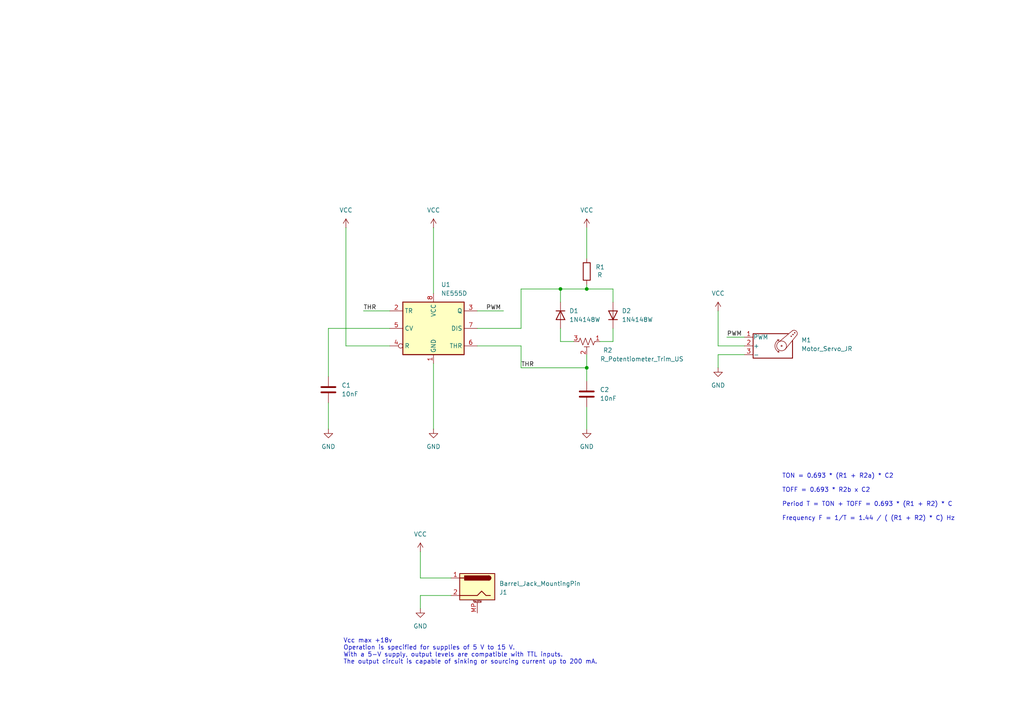
<source format=kicad_sch>
(kicad_sch (version 20231120) (generator "eeschema") (generator_version "8.0")
  (paper "A4")
  (lib_symbols
    (symbol "Connector:Barrel_Jack_MountingPin" (pin_names hide)
      (property "Reference" "J" (at 0 5.334 0))
      (property "Value" "Barrel_Jack_MountingPin" (at 1.27 -6.35 0))
      (symbol "Barrel_Jack_MountingPin_0_1"
        (rectangle (start -5.08 3.81) (end 5.08 -3.81) (stroke (width 0.254)) (fill (type background)))
        (arc (start -3.302 3.175) (mid -3.9343 2.54) (end -3.302 1.905) (stroke (width 0.254)))
        (arc (start -3.302 3.175) (mid -3.9343 2.54) (end -3.302 1.905) (stroke (width 0.254)) (fill (type outline)))
        (polyline (pts (xy 5.08 2.54) (xy 3.81 2.54)) (stroke (width 0.254)))
        (polyline (pts (xy -3.81 -2.54) (xy -2.54 -2.54) (xy -1.27 -1.27) (xy 0 -2.54) (xy 2.54 -2.54) (xy 5.08 -2.54)) (stroke (width 0.254)))
        (rectangle (start 3.683 3.175) (end -3.302 1.905) (stroke (width 0.254)) (fill (type outline)))
      )
      (symbol "Barrel_Jack_MountingPin_1_1"
        (polyline (pts (xy -1.016 -4.572) (xy 1.016 -4.572)) (stroke (width 0.1524)))
        (text "Mounting" (at 0 -4.191 0) (effects (font (size 0.381 0.381))))
        (pin passive line (at 7.62 2.54 180) (length 2.54) (name "~") (number "1"))
        (pin passive line (at 7.62 -2.54 180) (length 2.54) (name "~") (number "2"))
        (pin passive line (at 0 -7.62 90) (length 3.048) (name "MountPin") (number "MP"))
      )
    )
    (symbol "Device:C" (pin_numbers hide) (pin_names (offset 0.254))
      (property "Reference" "C" (at 0.635 2.54 0))
      (property "Value" "C" (at 0.635 -2.54 0))
      (symbol "C_0_1"
        (polyline (pts (xy -2.032 -0.762) (xy 2.032 -0.762)) (stroke (width 0.508)))
        (polyline (pts (xy -2.032 0.762) (xy 2.032 0.762)) (stroke (width 0.508)))
      )
      (symbol "C_1_1"
        (pin passive line (at 0 3.81 270) (length 2.794) (name "~") (number "1"))
        (pin passive line (at 0 -3.81 90) (length 2.794) (name "~") (number "2"))
      )
    )
    (symbol "Device:R" (pin_numbers hide) (pin_names (offset 0))
      (property "Reference" "R" (at 2.032 0 90))
      (property "Value" "R" (at 0 0 90))
      (symbol "R_0_1"
        (rectangle (start -1.016 -2.54) (end 1.016 2.54) (stroke (width 0.254)))
      )
      (symbol "R_1_1"
        (pin passive line (at 0 3.81 270) (length 1.27) (name "~") (number "1"))
        (pin passive line (at 0 -3.81 90) (length 1.27) (name "~") (number "2"))
      )
    )
    (symbol "Device:R_Potentiometer_Trim_US" (pin_names (offset 1.016) hide)
      (property "Reference" "RV" (at -4.445 0 90))
      (property "Value" "R_Potentiometer_Trim_US" (at -2.54 0 90))
      (symbol "R_Potentiometer_Trim_US_0_1"
        (polyline (pts (xy 0 -2.286) (xy 0 -2.54)))
        (polyline (pts (xy 0 2.286) (xy 0 2.54)))
        (polyline (pts (xy 1.524 0.762) (xy 1.524 -0.762)))
        (polyline (pts (xy 2.54 0) (xy 1.524 0)))
        (polyline (pts (xy 0 -0.762) (xy 1.016 -1.143) (xy 0 -1.524) (xy -1.016 -1.905) (xy 0 -2.286)))
        (polyline (pts (xy 0 0.762) (xy 1.016 0.381) (xy 0 0) (xy -1.016 -0.381) (xy 0 -0.762)))
        (polyline (pts (xy 0 2.286) (xy 1.016 1.905) (xy 0 1.524) (xy -1.016 1.143) (xy 0 0.762)))
      )
      (symbol "R_Potentiometer_Trim_US_1_1"
        (pin passive line (at 0 3.81 270) (length 1.27) (name "1") (number "1"))
        (pin passive line (at 3.81 0 180) (length 1.27) (name "2") (number "2"))
        (pin passive line (at 0 -3.81 90) (length 1.27) (name "3") (number "3"))
      )
    )
    (symbol "Diode:1N4148W" (pin_numbers hide) (pin_names hide)
      (property "Reference" "D" (at 0 2.54 0))
      (property "Value" "1N4148W" (at 0 -2.54 0))
      (symbol "1N4148W_0_1"
        (polyline (pts (xy -1.27 1.27) (xy -1.27 -1.27)) (stroke (width 0.254)))
        (polyline (pts (xy 1.27 0) (xy -1.27 0)))
        (polyline (pts (xy 1.27 1.27) (xy 1.27 -1.27) (xy -1.27 0) (xy 1.27 1.27)) (stroke (width 0.254)))
      )
      (symbol "1N4148W_1_1"
        (pin passive line (at -3.81 0 0) (length 2.54) (name "K") (number "1"))
        (pin passive line (at 3.81 0 180) (length 2.54) (name "A") (number "2"))
      )
    )
    (symbol "Motor:Motor_Servo_JR" (pin_names (offset 0.0254))
      (property "Reference" "M" (at -5.08 4.445 0))
      (property "Value" "Motor_Servo_JR" (at -5.08 -4.064 0))
      (symbol "Motor_Servo_JR_0_1"
        (polyline (pts (xy 2.413 -1.778) (xy 2.032 -1.778)))
        (polyline (pts (xy 2.413 -1.778) (xy 2.286 -1.397)))
        (polyline (pts (xy 2.413 1.778) (xy 1.905 1.778)))
        (polyline (pts (xy 2.413 1.778) (xy 2.286 1.397)))
        (polyline (pts (xy 6.35 4.445) (xy 2.54 1.27)))
        (polyline (pts (xy 7.62 3.175) (xy 4.191 -1.016)))
        (polyline (pts (xy 5.08 3.556) (xy -5.08 3.556) (xy -5.08 -3.556) (xy 6.35 -3.556) (xy 6.35 1.524)) (stroke (width 0.254)))
        (arc (start 2.413 1.778) (mid 1.2406 0) (end 2.413 -1.778))
        (circle (center 3.175 0) (radius 0.1778))
        (circle (center 3.175 0) (radius 1.4224))
        (circle (center 5.969 2.794) (radius 0.127))
        (circle (center 6.477 3.302) (radius 0.127))
        (circle (center 6.985 3.81) (radius 0.127))
        (arc (start 7.62 3.175) (mid 7.4485 4.2735) (end 6.35 4.445))
      )
      (symbol "Motor_Servo_JR_1_1"
        (pin passive line (at -7.62 2.54 0) (length 2.54) (name "PWM") (number "1"))
        (pin passive line (at -7.62 0 0) (length 2.54) (name "+") (number "2"))
        (pin passive line (at -7.62 -2.54 0) (length 2.54) (name "-") (number "3"))
      )
    )
    (symbol "Timer:NE555D"
      (property "Reference" "U" (at -10.16 8.89 0))
      (property "Value" "NE555D" (at 2.54 8.89 0))
      (symbol "NE555D_0_0"
        (pin power_in line (at 0 -10.16 90) (length 2.54) (name "GND") (number "1"))
        (pin power_in line (at 0 10.16 270) (length 2.54) (name "VCC") (number "8"))
      )
      (symbol "NE555D_0_1"
        (rectangle (start -8.89 -7.62) (end 8.89 7.62) (stroke (width 0.254)) (fill (type background)))
        (rectangle (start -8.89 -7.62) (end 8.89 7.62) (stroke (width 0.254)) (fill (type background)))
      )
      (symbol "NE555D_1_1"
        (pin input line (at -12.7 5.08 0) (length 3.81) (name "TR") (number "2"))
        (pin output line (at 12.7 5.08 180) (length 3.81) (name "Q") (number "3"))
        (pin input inverted (at -12.7 -5.08 0) (length 3.81) (name "R") (number "4"))
        (pin input line (at -12.7 0 0) (length 3.81) (name "CV") (number "5"))
        (pin input line (at 12.7 -5.08 180) (length 3.81) (name "THR") (number "6"))
        (pin input line (at 12.7 0 180) (length 3.81) (name "DIS") (number "7"))
      )
    )
    (symbol "power:GND" (power) (pin_numbers hide) (pin_names (offset 0) hide)
      (property "Value" "GND" (at 0 -3.81 0))
      (symbol "GND_0_1"
        (polyline (pts (xy 0 0) (xy 0 -1.27) (xy 1.27 -1.27) (xy 0 -2.54) (xy -1.27 -1.27) (xy 0 -1.27)))
      )
      (symbol "GND_1_1"
        (pin power_in line (at 0 0 270) (length 0) (name "~") (number "1"))
      )
    )
    (symbol "power:VCC" (power) (pin_numbers hide) (pin_names (offset 0) hide)
      (property "Value" "VCC" (at 0 3.556 0))
      (symbol "VCC_0_1"
        (polyline (pts (xy -0.762 1.27) (xy 0 2.54)))
        (polyline (pts (xy 0 0) (xy 0 2.54)))
        (polyline (pts (xy 0 2.54) (xy 0.762 1.27)))
      )
      (symbol "VCC_1_1"
        (pin power_in line (at 0 0 90) (length 0) (name "~") (number "1"))
      )
    )
  )
  (junction (at 162.56 83.82))
  (junction (at 170.18 106.68))
  (junction (at 170.18 83.82))
  (wire (pts (xy 177.8 99.06) (xy 177.8 95.25)))
  (wire (pts (xy 215.9 100.33) (xy 208.28 100.33)))
  (wire (pts (xy 162.56 95.25) (xy 162.56 99.06)))
  (wire (pts (xy 151.13 95.25) (xy 151.13 83.82)))
  (wire (pts (xy 170.18 118.11) (xy 170.18 124.46)))
  (wire (pts (xy 121.92 167.64) (xy 121.92 160.02)))
  (wire (pts (xy 215.9 97.79) (xy 210.82 97.79)))
  (wire (pts (xy 113.03 90.17) (xy 105.41 90.17)))
  (wire (pts (xy 113.03 95.25) (xy 95.25 95.25)))
  (wire (pts (xy 170.18 82.55) (xy 170.18 83.82)))
  (wire (pts (xy 162.56 83.82) (xy 170.18 83.82)))
  (wire (pts (xy 177.8 87.63) (xy 177.8 83.82)))
  (wire (pts (xy 170.18 106.68) (xy 170.18 110.49)))
  (wire (pts (xy 170.18 83.82) (xy 177.8 83.82)))
  (wire (pts (xy 125.73 66.04) (xy 125.73 85.09)))
  (wire (pts (xy 138.43 95.25) (xy 151.13 95.25)))
  (wire (pts (xy 208.28 102.87) (xy 208.28 106.68)))
  (wire (pts (xy 162.56 87.63) (xy 162.56 83.82)))
  (wire (pts (xy 151.13 106.68) (xy 151.13 100.33)))
  (wire (pts (xy 121.92 172.72) (xy 121.92 176.53)))
  (wire (pts (xy 170.18 66.04) (xy 170.18 74.93)))
  (wire (pts (xy 170.18 102.87) (xy 170.18 106.68)))
  (wire (pts (xy 208.28 100.33) (xy 208.28 90.17)))
  (wire (pts (xy 162.56 99.06) (xy 166.37 99.06)))
  (wire (pts (xy 151.13 83.82) (xy 162.56 83.82)))
  (wire (pts (xy 151.13 106.68) (xy 170.18 106.68)))
  (wire (pts (xy 121.92 172.72) (xy 130.81 172.72)))
  (wire (pts (xy 138.43 100.33) (xy 151.13 100.33)))
  (wire (pts (xy 100.33 100.33) (xy 100.33 66.04)))
  (wire (pts (xy 130.81 167.64) (xy 121.92 167.64)))
  (wire (pts (xy 95.25 116.84) (xy 95.25 124.46)))
  (wire (pts (xy 173.99 99.06) (xy 177.8 99.06)))
  (wire (pts (xy 95.25 95.25) (xy 95.25 109.22)))
  (wire (pts (xy 215.9 102.87) (xy 208.28 102.87)))
  (wire (pts (xy 100.33 100.33) (xy 113.03 100.33)))
  (wire (pts (xy 138.43 90.17) (xy 146.05 90.17)))
  (wire (pts (xy 125.73 105.41) (xy 125.73 124.46)))
  (text "Vcc max +18v\nOperation is specified for supplies of 5 V to 15 V.\nWith a 5-V supply, output levels are compatible with TTL inputs.\nThe output circuit is capable of sinking or sourcing current up to 200 mA. " (at 99.568 188.976 0) (effects (font (size 1.27 1.27)) (justify left)))
  (text "TON = 0.693 * (R1 + R2a) * C2\n\nTOFF = 0.693 * R2b x C2\n\nPeriod T = TON + TOFF = 0.693 * (R1 + R2) * C\n\nFrequency F = 1/T = 1.44 / ( (R1 + R2) * C) Hz" (at 226.822 144.272 0) (effects (font (size 1.27 1.27)) (justify left)))
  (label "THR" (at 105.41 90.17 0))
  (label "PWM" (at 140.97 90.17 0))
  (label "THR" (at 151.13 106.68 0))
  (label "PWM" (at 210.82 97.79 0))
  (symbol (lib_id "Diode:1N4148W") (at 162.56 91.44 270) (unit 1)
    (property "Reference" "D1" (at 165.1 90.1699 90) (effects (justify left)))
    (property "Value" "1N4148W" (at 165.1 92.7099 90) (effects (justify left)))
    (property "Footprint" "Diode_SMD:D_SOD-123" (effects (hide yes)))
    (property "Datasheet" "https://www.vishay.com/docs/85748/1n4148w.pdf" (effects (hide yes)))
    (property "Description" "75V 0.15A Fast Switching Diode, SOD-123" (effects (hide yes)))
    (property "Sim.Device" "D" (effects (hide yes)))
    (property "Sim.Pins" "1=K 2=A" (effects (hide yes)))
  )
  (symbol (lib_id "power:VCC") (at 170.18 66.04 0) (unit 1)
    (property "Reference" "#PWR03" (effects (hide yes)))
    (property "Value" "VCC" (at 170.18 60.96 0))
    (property "Description" "Power symbol creates a global label with name \"VCC\"" (effects (hide yes)))
  )
  (symbol (lib_id "power:GND") (at 170.18 124.46 0) (unit 1)
    (property "Reference" "#PWR06" (effects (hide yes)))
    (property "Value" "GND" (at 170.18 129.54 0))
    (property "Description" "Power symbol creates a global label with name \"GND\" , ground" (effects (hide yes)))
  )
  (symbol (lib_id "Connector:Barrel_Jack_MountingPin") (at 138.43 170.18 0) (mirror y) (unit 1)
    (property "Reference" "J1" (at 144.78 171.8057 0) (effects (justify right)))
    (property "Value" "Barrel_Jack_MountingPin" (at 144.78 169.2657 0) (effects (justify right)))
    (property "Footprint" "Connector_BarrelJack:BarrelJack_CLIFF_FC681465S_SMT_Horizontal" (effects (hide yes)))
    (property "Description" "DC Barrel Jack with a mounting pin" (effects (hide yes)))
  )
  (symbol (lib_id "Timer:NE555D") (at 125.73 95.25 0) (unit 1)
    (property "Reference" "U1" (at 127.9241 82.55 0) (effects (justify left)))
    (property "Value" "NE555D" (at 127.9241 85.09 0) (effects (justify left)))
    (property "Footprint" "Package_SO:SOIC-8_3.9x4.9mm_P1.27mm" (effects (hide yes)))
    (property "Datasheet" "http://www.ti.com/lit/ds/symlink/ne555.pdf" (effects (hide yes)))
    (property "Description" "Precision Timers, 555 compatible, SOIC-8" (effects (hide yes)))
  )
  (symbol (lib_id "power:GND") (at 208.28 106.68 0) (unit 1)
    (property "Reference" "#PWR08" (effects (hide yes)))
    (property "Value" "GND" (at 208.28 111.76 0))
    (property "Description" "Power symbol creates a global label with name \"GND\" , ground" (effects (hide yes)))
  )
  (symbol (lib_id "Diode:1N4148W") (at 177.8 91.44 90) (unit 1)
    (property "Reference" "D2" (at 180.34 90.1699 90) (effects (justify right)))
    (property "Value" "1N4148W" (at 180.34 92.7099 90) (effects (justify right)))
    (property "Footprint" "Diode_SMD:D_SOD-123" (effects (hide yes)))
    (property "Datasheet" "https://www.vishay.com/docs/85748/1n4148w.pdf" (effects (hide yes)))
    (property "Description" "75V 0.15A Fast Switching Diode, SOD-123" (effects (hide yes)))
    (property "Sim.Device" "D" (effects (hide yes)))
    (property "Sim.Pins" "1=K 2=A" (effects (hide yes)))
  )
  (symbol (lib_id "power:GND") (at 95.25 124.46 0) (unit 1)
    (property "Reference" "#PWR05" (effects (hide yes)))
    (property "Value" "GND" (at 95.25 129.54 0))
    (property "Description" "Power symbol creates a global label with name \"GND\" , ground" (effects (hide yes)))
  )
  (symbol (lib_id "power:VCC") (at 121.92 160.02 0) (unit 1)
    (property "Reference" "#PWR09" (effects (hide yes)))
    (property "Value" "VCC" (at 121.92 154.94 0))
    (property "Description" "Power symbol creates a global label with name \"VCC\"" (effects (hide yes)))
  )
  (symbol (lib_id "Device:C") (at 170.18 114.3 180) (unit 1)
    (property "Reference" "C2" (at 173.99 113.0299 0) (effects (justify right)))
    (property "Value" "10nF" (at 173.99 115.5699 0) (effects (justify right)))
    (property "Description" "Unpolarized capacitor" (effects (hide yes)))
  )
  (symbol (lib_id "power:VCC") (at 100.33 66.04 0) (unit 1)
    (property "Reference" "#PWR04" (effects (hide yes)))
    (property "Value" "VCC" (at 100.33 60.96 0))
    (property "Description" "Power symbol creates a global label with name \"VCC\"" (effects (hide yes)))
  )
  (symbol (lib_id "Device:R") (at 170.18 78.74 0) (unit 1)
    (property "Reference" "R1" (at 172.72 77.4699 0) (effects (justify left)))
    (property "Value" "R" (at 173.228 79.756 0) (effects (justify left)))
    (property "Description" "Resistor" (effects (hide yes)))
  )
  (symbol (lib_id "power:GND") (at 121.92 176.53 0) (unit 1)
    (property "Reference" "#PWR010" (effects (hide yes)))
    (property "Value" "GND" (at 121.92 181.61 0))
    (property "Description" "Power symbol creates a global label with name \"GND\" , ground" (effects (hide yes)))
  )
  (symbol (lib_id "Device:R_Potentiometer_Trim_US") (at 170.18 99.06 270) (unit 1)
    (property "Reference" "R2" (at 176.276 101.6 90))
    (property "Value" "R_Potentiometer_Trim_US" (at 186.182 104.14 90))
    (property "Description" "Trim-potentiometer, US symbol" (effects (hide yes)))
  )
  (symbol (lib_id "Device:C") (at 95.25 113.03 0) (unit 1)
    (property "Reference" "C1" (at 99.06 111.7599 0) (effects (justify left)))
    (property "Value" "10nF" (at 99.06 114.2999 0) (effects (justify left)))
    (property "Description" "Unpolarized capacitor" (effects (hide yes)))
  )
  (symbol (lib_id "power:VCC") (at 208.28 90.17 0) (unit 1)
    (property "Reference" "#PWR07" (effects (hide yes)))
    (property "Value" "VCC" (at 208.28 85.09 0))
    (property "Description" "Power symbol creates a global label with name \"VCC\"" (effects (hide yes)))
  )
  (symbol (lib_id "Motor:Motor_Servo_JR") (at 223.52 100.33 0) (unit 1)
    (property "Reference" "M1" (at 232.41 98.6265 0) (effects (justify left)))
    (property "Value" "Motor_Servo_JR" (at 232.41 101.1665 0) (effects (justify left)))
    (property "Footprint" "Connector_PinHeader_2.54mm:PinHeader_1x03_P2.54mm_Horizontal" (effects (hide yes)))
    (property "Datasheet" "http://forums.parallax.com/uploads/attachments/46831/74481.png" (effects (hide yes)))
    (property "Description" "Servo Motor (JR connector)" (effects (hide yes)))
  )
  (symbol (lib_id "power:VCC") (at 125.73 66.04 0) (unit 1)
    (property "Reference" "#PWR02" (effects (hide yes)))
    (property "Value" "VCC" (at 125.73 60.96 0))
    (property "Description" "Power symbol creates a global label with name \"VCC\"" (effects (hide yes)))
  )
  (symbol (lib_id "power:GND") (at 125.73 124.46 0) (unit 1)
    (property "Reference" "#PWR01" (effects (hide yes)))
    (property "Value" "GND" (at 125.73 129.54 0))
    (property "Description" "Power symbol creates a global label with name \"GND\" , ground" (effects (hide yes)))
  )
)
</source>
